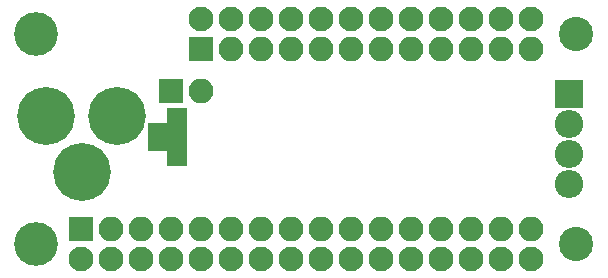
<source format=gbr>
G04 #@! TF.FileFunction,Soldermask,Bot*
%FSLAX46Y46*%
G04 Gerber Fmt 4.6, Leading zero omitted, Abs format (unit mm)*
G04 Created by KiCad (PCBNEW 4.0.7) date 06/24/18 16:56:01*
%MOMM*%
%LPD*%
G01*
G04 APERTURE LIST*
%ADD10C,0.100000*%
%ADD11C,4.900000*%
%ADD12O,2.398980X2.398980*%
%ADD13R,2.398980X2.398980*%
%ADD14R,2.100000X2.100000*%
%ADD15O,2.100000X2.100000*%
%ADD16C,3.702000*%
%ADD17C,2.900000*%
%ADD18R,1.670000X2.432000*%
%ADD19R,1.670000X1.370000*%
%ADD20C,2.100000*%
G04 APERTURE END LIST*
D10*
D11*
X44935140Y-37465000D03*
X38935660Y-37465000D03*
X41935400Y-42164000D03*
D12*
X83185000Y-43180000D03*
D13*
X83185000Y-35560000D03*
D12*
X83185000Y-38100000D03*
X83185000Y-40640000D03*
D14*
X41910000Y-46990000D03*
D15*
X44450000Y-46990000D03*
X46990000Y-46990000D03*
X49530000Y-46990000D03*
X52070000Y-46990000D03*
X54610000Y-46990000D03*
X57150000Y-46990000D03*
X59690000Y-46990000D03*
X62230000Y-46990000D03*
X64770000Y-46990000D03*
X67310000Y-46990000D03*
X69850000Y-46990000D03*
X72390000Y-46990000D03*
X74930000Y-46990000D03*
X77470000Y-46990000D03*
X80010000Y-46990000D03*
D14*
X52070000Y-31750000D03*
D15*
X54610000Y-31750000D03*
X57150000Y-31750000D03*
X59690000Y-31750000D03*
X62230000Y-31750000D03*
X64770000Y-31750000D03*
X67310000Y-31750000D03*
X69850000Y-31750000D03*
X72390000Y-31750000D03*
X74930000Y-31750000D03*
X77470000Y-31750000D03*
X80010000Y-31750000D03*
D14*
X49530000Y-35306000D03*
D15*
X52070000Y-35306000D03*
D16*
X38100000Y-48260000D03*
X38100000Y-30480000D03*
D17*
X83820000Y-30480000D03*
X83820000Y-48260000D03*
D18*
X48387000Y-39243000D03*
D19*
X50038000Y-41021000D03*
D18*
X50038000Y-39243000D03*
D19*
X50038000Y-37465000D03*
D20*
X41910000Y-49530000D03*
X44450000Y-49530000D03*
X46990000Y-49530000D03*
X49530000Y-49530000D03*
X52070000Y-49530000D03*
X54610000Y-49530000D03*
X57150000Y-49530000D03*
X59690000Y-49530000D03*
X62230000Y-49530000D03*
X64770000Y-49530000D03*
X67310000Y-49530000D03*
X69850000Y-49530000D03*
X72390000Y-49530000D03*
X74930000Y-49530000D03*
X77470000Y-49530000D03*
X80010000Y-49530000D03*
X80010000Y-29210000D03*
X77470000Y-29210000D03*
X74930000Y-29210000D03*
X72390000Y-29210000D03*
X69850000Y-29210000D03*
X67310000Y-29210000D03*
X64770000Y-29210000D03*
X62230000Y-29210000D03*
X59690000Y-29210000D03*
X57150000Y-29210000D03*
X54610000Y-29210000D03*
X52070000Y-29210000D03*
M02*

</source>
